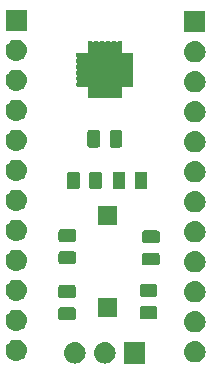
<source format=gbr>
G04 #@! TF.GenerationSoftware,KiCad,Pcbnew,(5.1.4-0)*
G04 #@! TF.CreationDate,2020-07-13T22:24:35+08:00*
G04 #@! TF.ProjectId,attiny3217,61747469-6e79-4333-9231-372e6b696361,rev?*
G04 #@! TF.SameCoordinates,Original*
G04 #@! TF.FileFunction,Soldermask,Top*
G04 #@! TF.FilePolarity,Negative*
%FSLAX46Y46*%
G04 Gerber Fmt 4.6, Leading zero omitted, Abs format (unit mm)*
G04 Created by KiCad (PCBNEW (5.1.4-0)) date 2020-07-13 22:24:35*
%MOMM*%
%LPD*%
G04 APERTURE LIST*
%ADD10C,0.100000*%
G04 APERTURE END LIST*
D10*
G36*
X137984800Y-95084200D02*
G01*
X136182800Y-95084200D01*
X136182800Y-93282200D01*
X137984800Y-93282200D01*
X137984800Y-95084200D01*
X137984800Y-95084200D01*
G37*
G36*
X134654242Y-93288718D02*
G01*
X134720427Y-93295237D01*
X134890266Y-93346757D01*
X135046791Y-93430422D01*
X135082529Y-93459752D01*
X135183986Y-93543014D01*
X135267248Y-93644471D01*
X135296578Y-93680209D01*
X135380243Y-93836734D01*
X135431763Y-94006573D01*
X135449159Y-94183200D01*
X135431763Y-94359827D01*
X135380243Y-94529666D01*
X135296578Y-94686191D01*
X135279190Y-94707378D01*
X135183986Y-94823386D01*
X135082529Y-94906648D01*
X135046791Y-94935978D01*
X134890266Y-95019643D01*
X134720427Y-95071163D01*
X134654243Y-95077681D01*
X134588060Y-95084200D01*
X134499540Y-95084200D01*
X134433357Y-95077681D01*
X134367173Y-95071163D01*
X134197334Y-95019643D01*
X134040809Y-94935978D01*
X134005071Y-94906648D01*
X133903614Y-94823386D01*
X133808410Y-94707378D01*
X133791022Y-94686191D01*
X133707357Y-94529666D01*
X133655837Y-94359827D01*
X133638441Y-94183200D01*
X133655837Y-94006573D01*
X133707357Y-93836734D01*
X133791022Y-93680209D01*
X133820352Y-93644471D01*
X133903614Y-93543014D01*
X134005071Y-93459752D01*
X134040809Y-93430422D01*
X134197334Y-93346757D01*
X134367173Y-93295237D01*
X134433358Y-93288718D01*
X134499540Y-93282200D01*
X134588060Y-93282200D01*
X134654242Y-93288718D01*
X134654242Y-93288718D01*
G37*
G36*
X132114242Y-93288718D02*
G01*
X132180427Y-93295237D01*
X132350266Y-93346757D01*
X132506791Y-93430422D01*
X132542529Y-93459752D01*
X132643986Y-93543014D01*
X132727248Y-93644471D01*
X132756578Y-93680209D01*
X132840243Y-93836734D01*
X132891763Y-94006573D01*
X132909159Y-94183200D01*
X132891763Y-94359827D01*
X132840243Y-94529666D01*
X132756578Y-94686191D01*
X132739190Y-94707378D01*
X132643986Y-94823386D01*
X132542529Y-94906648D01*
X132506791Y-94935978D01*
X132350266Y-95019643D01*
X132180427Y-95071163D01*
X132114243Y-95077681D01*
X132048060Y-95084200D01*
X131959540Y-95084200D01*
X131893357Y-95077681D01*
X131827173Y-95071163D01*
X131657334Y-95019643D01*
X131500809Y-94935978D01*
X131465071Y-94906648D01*
X131363614Y-94823386D01*
X131268410Y-94707378D01*
X131251022Y-94686191D01*
X131167357Y-94529666D01*
X131115837Y-94359827D01*
X131098441Y-94183200D01*
X131115837Y-94006573D01*
X131167357Y-93836734D01*
X131251022Y-93680209D01*
X131280352Y-93644471D01*
X131363614Y-93543014D01*
X131465071Y-93459752D01*
X131500809Y-93430422D01*
X131657334Y-93346757D01*
X131827173Y-93295237D01*
X131893358Y-93288718D01*
X131959540Y-93282200D01*
X132048060Y-93282200D01*
X132114242Y-93288718D01*
X132114242Y-93288718D01*
G37*
G36*
X142274243Y-93187119D02*
G01*
X142340427Y-93193637D01*
X142510266Y-93245157D01*
X142666791Y-93328822D01*
X142688646Y-93346758D01*
X142803986Y-93441414D01*
X142887248Y-93542871D01*
X142916578Y-93578609D01*
X143000243Y-93735134D01*
X143051763Y-93904973D01*
X143069159Y-94081600D01*
X143051763Y-94258227D01*
X143000243Y-94428066D01*
X142916578Y-94584591D01*
X142908211Y-94594786D01*
X142803986Y-94721786D01*
X142702529Y-94805048D01*
X142666791Y-94834378D01*
X142510266Y-94918043D01*
X142340427Y-94969563D01*
X142274242Y-94976082D01*
X142208060Y-94982600D01*
X142119540Y-94982600D01*
X142053357Y-94976081D01*
X141987173Y-94969563D01*
X141817334Y-94918043D01*
X141660809Y-94834378D01*
X141625071Y-94805048D01*
X141523614Y-94721786D01*
X141419389Y-94594786D01*
X141411022Y-94584591D01*
X141327357Y-94428066D01*
X141275837Y-94258227D01*
X141258441Y-94081600D01*
X141275837Y-93904973D01*
X141327357Y-93735134D01*
X141411022Y-93578609D01*
X141440352Y-93542871D01*
X141523614Y-93441414D01*
X141638954Y-93346758D01*
X141660809Y-93328822D01*
X141817334Y-93245157D01*
X141987173Y-93193637D01*
X142053357Y-93187119D01*
X142119540Y-93180600D01*
X142208060Y-93180600D01*
X142274243Y-93187119D01*
X142274243Y-93187119D01*
G37*
G36*
X127161242Y-93060118D02*
G01*
X127227427Y-93066637D01*
X127397266Y-93118157D01*
X127553791Y-93201822D01*
X127589529Y-93231152D01*
X127690986Y-93314414D01*
X127774248Y-93415871D01*
X127803578Y-93451609D01*
X127887243Y-93608134D01*
X127938763Y-93777973D01*
X127956159Y-93954600D01*
X127938763Y-94131227D01*
X127887243Y-94301066D01*
X127803578Y-94457591D01*
X127774248Y-94493329D01*
X127690986Y-94594786D01*
X127589529Y-94678048D01*
X127553791Y-94707378D01*
X127397266Y-94791043D01*
X127227427Y-94842563D01*
X127161243Y-94849081D01*
X127095060Y-94855600D01*
X127006540Y-94855600D01*
X126940358Y-94849082D01*
X126874173Y-94842563D01*
X126704334Y-94791043D01*
X126547809Y-94707378D01*
X126512071Y-94678048D01*
X126410614Y-94594786D01*
X126327352Y-94493329D01*
X126298022Y-94457591D01*
X126214357Y-94301066D01*
X126162837Y-94131227D01*
X126145441Y-93954600D01*
X126162837Y-93777973D01*
X126214357Y-93608134D01*
X126298022Y-93451609D01*
X126327352Y-93415871D01*
X126410614Y-93314414D01*
X126512071Y-93231152D01*
X126547809Y-93201822D01*
X126704334Y-93118157D01*
X126874173Y-93066637D01*
X126940358Y-93060118D01*
X127006540Y-93053600D01*
X127095060Y-93053600D01*
X127161242Y-93060118D01*
X127161242Y-93060118D01*
G37*
G36*
X142274242Y-90647118D02*
G01*
X142340427Y-90653637D01*
X142510266Y-90705157D01*
X142666791Y-90788822D01*
X142702529Y-90818152D01*
X142803986Y-90901414D01*
X142887248Y-91002871D01*
X142916578Y-91038609D01*
X143000243Y-91195134D01*
X143051763Y-91364973D01*
X143069159Y-91541600D01*
X143051763Y-91718227D01*
X143000243Y-91888066D01*
X142916578Y-92044591D01*
X142908211Y-92054786D01*
X142803986Y-92181786D01*
X142702529Y-92265048D01*
X142666791Y-92294378D01*
X142510266Y-92378043D01*
X142340427Y-92429563D01*
X142274242Y-92436082D01*
X142208060Y-92442600D01*
X142119540Y-92442600D01*
X142053358Y-92436082D01*
X141987173Y-92429563D01*
X141817334Y-92378043D01*
X141660809Y-92294378D01*
X141625071Y-92265048D01*
X141523614Y-92181786D01*
X141419389Y-92054786D01*
X141411022Y-92044591D01*
X141327357Y-91888066D01*
X141275837Y-91718227D01*
X141258441Y-91541600D01*
X141275837Y-91364973D01*
X141327357Y-91195134D01*
X141411022Y-91038609D01*
X141440352Y-91002871D01*
X141523614Y-90901414D01*
X141625071Y-90818152D01*
X141660809Y-90788822D01*
X141817334Y-90705157D01*
X141987173Y-90653637D01*
X142053358Y-90647118D01*
X142119540Y-90640600D01*
X142208060Y-90640600D01*
X142274242Y-90647118D01*
X142274242Y-90647118D01*
G37*
G36*
X127161243Y-90520119D02*
G01*
X127227427Y-90526637D01*
X127397266Y-90578157D01*
X127553791Y-90661822D01*
X127589529Y-90691152D01*
X127690986Y-90774414D01*
X127774248Y-90875871D01*
X127803578Y-90911609D01*
X127887243Y-91068134D01*
X127938763Y-91237973D01*
X127956159Y-91414600D01*
X127938763Y-91591227D01*
X127887243Y-91761066D01*
X127803578Y-91917591D01*
X127774248Y-91953329D01*
X127690986Y-92054786D01*
X127589529Y-92138048D01*
X127553791Y-92167378D01*
X127397266Y-92251043D01*
X127227427Y-92302563D01*
X127161242Y-92309082D01*
X127095060Y-92315600D01*
X127006540Y-92315600D01*
X126940358Y-92309082D01*
X126874173Y-92302563D01*
X126704334Y-92251043D01*
X126547809Y-92167378D01*
X126512071Y-92138048D01*
X126410614Y-92054786D01*
X126327352Y-91953329D01*
X126298022Y-91917591D01*
X126214357Y-91761066D01*
X126162837Y-91591227D01*
X126145441Y-91414600D01*
X126162837Y-91237973D01*
X126214357Y-91068134D01*
X126298022Y-90911609D01*
X126327352Y-90875871D01*
X126410614Y-90774414D01*
X126512071Y-90691152D01*
X126547809Y-90661822D01*
X126704334Y-90578157D01*
X126874173Y-90526637D01*
X126940357Y-90520119D01*
X127006540Y-90513600D01*
X127095060Y-90513600D01*
X127161243Y-90520119D01*
X127161243Y-90520119D01*
G37*
G36*
X131927868Y-90319565D02*
G01*
X131966538Y-90331296D01*
X132002177Y-90350346D01*
X132033417Y-90375983D01*
X132059054Y-90407223D01*
X132078104Y-90442862D01*
X132089835Y-90481532D01*
X132094400Y-90527888D01*
X132094400Y-91179112D01*
X132089835Y-91225468D01*
X132078104Y-91264138D01*
X132059054Y-91299777D01*
X132033417Y-91331017D01*
X132002177Y-91356654D01*
X131966538Y-91375704D01*
X131927868Y-91387435D01*
X131881512Y-91392000D01*
X130805288Y-91392000D01*
X130758932Y-91387435D01*
X130720262Y-91375704D01*
X130684623Y-91356654D01*
X130653383Y-91331017D01*
X130627746Y-91299777D01*
X130608696Y-91264138D01*
X130596965Y-91225468D01*
X130592400Y-91179112D01*
X130592400Y-90527888D01*
X130596965Y-90481532D01*
X130608696Y-90442862D01*
X130627746Y-90407223D01*
X130653383Y-90375983D01*
X130684623Y-90350346D01*
X130720262Y-90331296D01*
X130758932Y-90319565D01*
X130805288Y-90315000D01*
X131881512Y-90315000D01*
X131927868Y-90319565D01*
X131927868Y-90319565D01*
G37*
G36*
X138836668Y-90243365D02*
G01*
X138875338Y-90255096D01*
X138910977Y-90274146D01*
X138942217Y-90299783D01*
X138967854Y-90331023D01*
X138986904Y-90366662D01*
X138998635Y-90405332D01*
X139003200Y-90451688D01*
X139003200Y-91102912D01*
X138998635Y-91149268D01*
X138986904Y-91187938D01*
X138967854Y-91223577D01*
X138942217Y-91254817D01*
X138910977Y-91280454D01*
X138875338Y-91299504D01*
X138836668Y-91311235D01*
X138790312Y-91315800D01*
X137714088Y-91315800D01*
X137667732Y-91311235D01*
X137629062Y-91299504D01*
X137593423Y-91280454D01*
X137562183Y-91254817D01*
X137536546Y-91223577D01*
X137517496Y-91187938D01*
X137505765Y-91149268D01*
X137501200Y-91102912D01*
X137501200Y-90451688D01*
X137505765Y-90405332D01*
X137517496Y-90366662D01*
X137536546Y-90331023D01*
X137562183Y-90299783D01*
X137593423Y-90274146D01*
X137629062Y-90255096D01*
X137667732Y-90243365D01*
X137714088Y-90238800D01*
X138790312Y-90238800D01*
X138836668Y-90243365D01*
X138836668Y-90243365D01*
G37*
G36*
X135598800Y-91137200D02*
G01*
X133996800Y-91137200D01*
X133996800Y-89535200D01*
X135598800Y-89535200D01*
X135598800Y-91137200D01*
X135598800Y-91137200D01*
G37*
G36*
X142274242Y-88107118D02*
G01*
X142340427Y-88113637D01*
X142510266Y-88165157D01*
X142666791Y-88248822D01*
X142702529Y-88278152D01*
X142803986Y-88361414D01*
X142872225Y-88444565D01*
X142916578Y-88498609D01*
X142916579Y-88498611D01*
X142999043Y-88652888D01*
X143000243Y-88655134D01*
X143051763Y-88824973D01*
X143069159Y-89001600D01*
X143051763Y-89178227D01*
X143000243Y-89348066D01*
X142916578Y-89504591D01*
X142908211Y-89514786D01*
X142803986Y-89641786D01*
X142702529Y-89725048D01*
X142666791Y-89754378D01*
X142510266Y-89838043D01*
X142340427Y-89889563D01*
X142274243Y-89896081D01*
X142208060Y-89902600D01*
X142119540Y-89902600D01*
X142053357Y-89896081D01*
X141987173Y-89889563D01*
X141817334Y-89838043D01*
X141660809Y-89754378D01*
X141625071Y-89725048D01*
X141523614Y-89641786D01*
X141419389Y-89514786D01*
X141411022Y-89504591D01*
X141327357Y-89348066D01*
X141275837Y-89178227D01*
X141258441Y-89001600D01*
X141275837Y-88824973D01*
X141327357Y-88655134D01*
X141328558Y-88652888D01*
X141411021Y-88498611D01*
X141411022Y-88498609D01*
X141455375Y-88444565D01*
X141523614Y-88361414D01*
X141625071Y-88278152D01*
X141660809Y-88248822D01*
X141817334Y-88165157D01*
X141987173Y-88113637D01*
X142053358Y-88107118D01*
X142119540Y-88100600D01*
X142208060Y-88100600D01*
X142274242Y-88107118D01*
X142274242Y-88107118D01*
G37*
G36*
X127161242Y-87980118D02*
G01*
X127227427Y-87986637D01*
X127397266Y-88038157D01*
X127553791Y-88121822D01*
X127589529Y-88151152D01*
X127690986Y-88234414D01*
X127774248Y-88335871D01*
X127803578Y-88371609D01*
X127803579Y-88371611D01*
X127882287Y-88518861D01*
X127887243Y-88528134D01*
X127938763Y-88697973D01*
X127956159Y-88874600D01*
X127938763Y-89051227D01*
X127887243Y-89221066D01*
X127803578Y-89377591D01*
X127780711Y-89405454D01*
X127690986Y-89514786D01*
X127589529Y-89598048D01*
X127553791Y-89627378D01*
X127397266Y-89711043D01*
X127227427Y-89762563D01*
X127161243Y-89769081D01*
X127095060Y-89775600D01*
X127006540Y-89775600D01*
X126940357Y-89769081D01*
X126874173Y-89762563D01*
X126704334Y-89711043D01*
X126547809Y-89627378D01*
X126512071Y-89598048D01*
X126410614Y-89514786D01*
X126320889Y-89405454D01*
X126298022Y-89377591D01*
X126214357Y-89221066D01*
X126162837Y-89051227D01*
X126145441Y-88874600D01*
X126162837Y-88697973D01*
X126214357Y-88528134D01*
X126219314Y-88518861D01*
X126298021Y-88371611D01*
X126298022Y-88371609D01*
X126327352Y-88335871D01*
X126410614Y-88234414D01*
X126512071Y-88151152D01*
X126547809Y-88121822D01*
X126704334Y-88038157D01*
X126874173Y-87986637D01*
X126940358Y-87980118D01*
X127006540Y-87973600D01*
X127095060Y-87973600D01*
X127161242Y-87980118D01*
X127161242Y-87980118D01*
G37*
G36*
X131927868Y-88444565D02*
G01*
X131966538Y-88456296D01*
X132002177Y-88475346D01*
X132033417Y-88500983D01*
X132059054Y-88532223D01*
X132078104Y-88567862D01*
X132089835Y-88606532D01*
X132094400Y-88652888D01*
X132094400Y-89304112D01*
X132089835Y-89350468D01*
X132078104Y-89389138D01*
X132059054Y-89424777D01*
X132033417Y-89456017D01*
X132002177Y-89481654D01*
X131966538Y-89500704D01*
X131927868Y-89512435D01*
X131881512Y-89517000D01*
X130805288Y-89517000D01*
X130758932Y-89512435D01*
X130720262Y-89500704D01*
X130684623Y-89481654D01*
X130653383Y-89456017D01*
X130627746Y-89424777D01*
X130608696Y-89389138D01*
X130596965Y-89350468D01*
X130592400Y-89304112D01*
X130592400Y-88652888D01*
X130596965Y-88606532D01*
X130608696Y-88567862D01*
X130627746Y-88532223D01*
X130653383Y-88500983D01*
X130684623Y-88475346D01*
X130720262Y-88456296D01*
X130758932Y-88444565D01*
X130805288Y-88440000D01*
X131881512Y-88440000D01*
X131927868Y-88444565D01*
X131927868Y-88444565D01*
G37*
G36*
X138836668Y-88368365D02*
G01*
X138875338Y-88380096D01*
X138910977Y-88399146D01*
X138942217Y-88424783D01*
X138967854Y-88456023D01*
X138986904Y-88491662D01*
X138998635Y-88530332D01*
X139003200Y-88576688D01*
X139003200Y-89227912D01*
X138998635Y-89274268D01*
X138986904Y-89312938D01*
X138967854Y-89348577D01*
X138942217Y-89379817D01*
X138910977Y-89405454D01*
X138875338Y-89424504D01*
X138836668Y-89436235D01*
X138790312Y-89440800D01*
X137714088Y-89440800D01*
X137667732Y-89436235D01*
X137629062Y-89424504D01*
X137593423Y-89405454D01*
X137562183Y-89379817D01*
X137536546Y-89348577D01*
X137517496Y-89312938D01*
X137505765Y-89274268D01*
X137501200Y-89227912D01*
X137501200Y-88576688D01*
X137505765Y-88530332D01*
X137517496Y-88491662D01*
X137536546Y-88456023D01*
X137562183Y-88424783D01*
X137593423Y-88399146D01*
X137629062Y-88380096D01*
X137667732Y-88368365D01*
X137714088Y-88363800D01*
X138790312Y-88363800D01*
X138836668Y-88368365D01*
X138836668Y-88368365D01*
G37*
G36*
X142274243Y-85567119D02*
G01*
X142340427Y-85573637D01*
X142510266Y-85625157D01*
X142666791Y-85708822D01*
X142671510Y-85712695D01*
X142803986Y-85821414D01*
X142872654Y-85905088D01*
X142916578Y-85958609D01*
X143000243Y-86115134D01*
X143051763Y-86284973D01*
X143069159Y-86461600D01*
X143051763Y-86638227D01*
X143000243Y-86808066D01*
X142916578Y-86964591D01*
X142908211Y-86974786D01*
X142803986Y-87101786D01*
X142702529Y-87185048D01*
X142666791Y-87214378D01*
X142510266Y-87298043D01*
X142340427Y-87349563D01*
X142274242Y-87356082D01*
X142208060Y-87362600D01*
X142119540Y-87362600D01*
X142053358Y-87356082D01*
X141987173Y-87349563D01*
X141817334Y-87298043D01*
X141660809Y-87214378D01*
X141625071Y-87185048D01*
X141523614Y-87101786D01*
X141419389Y-86974786D01*
X141411022Y-86964591D01*
X141327357Y-86808066D01*
X141275837Y-86638227D01*
X141258441Y-86461600D01*
X141275837Y-86284973D01*
X141327357Y-86115134D01*
X141411022Y-85958609D01*
X141454946Y-85905088D01*
X141523614Y-85821414D01*
X141656090Y-85712695D01*
X141660809Y-85708822D01*
X141817334Y-85625157D01*
X141987173Y-85573637D01*
X142053357Y-85567119D01*
X142119540Y-85560600D01*
X142208060Y-85560600D01*
X142274243Y-85567119D01*
X142274243Y-85567119D01*
G37*
G36*
X127161243Y-85440119D02*
G01*
X127227427Y-85446637D01*
X127397266Y-85498157D01*
X127553791Y-85581822D01*
X127589460Y-85611095D01*
X127690986Y-85694414D01*
X127764853Y-85784423D01*
X127803578Y-85831609D01*
X127887243Y-85988134D01*
X127938763Y-86157973D01*
X127956159Y-86334600D01*
X127938763Y-86511227D01*
X127888483Y-86676977D01*
X127887242Y-86681068D01*
X127872730Y-86708217D01*
X127803578Y-86837591D01*
X127774248Y-86873329D01*
X127690986Y-86974786D01*
X127589529Y-87058048D01*
X127553791Y-87087378D01*
X127397266Y-87171043D01*
X127227427Y-87222563D01*
X127161242Y-87229082D01*
X127095060Y-87235600D01*
X127006540Y-87235600D01*
X126940358Y-87229082D01*
X126874173Y-87222563D01*
X126704334Y-87171043D01*
X126547809Y-87087378D01*
X126512071Y-87058048D01*
X126410614Y-86974786D01*
X126327352Y-86873329D01*
X126298022Y-86837591D01*
X126228870Y-86708217D01*
X126214358Y-86681068D01*
X126213117Y-86676977D01*
X126162837Y-86511227D01*
X126145441Y-86334600D01*
X126162837Y-86157973D01*
X126214357Y-85988134D01*
X126298022Y-85831609D01*
X126336747Y-85784423D01*
X126410614Y-85694414D01*
X126512140Y-85611095D01*
X126547809Y-85581822D01*
X126704334Y-85498157D01*
X126874173Y-85446637D01*
X126940357Y-85440119D01*
X127006540Y-85433600D01*
X127095060Y-85433600D01*
X127161243Y-85440119D01*
X127161243Y-85440119D01*
G37*
G36*
X139014468Y-85696765D02*
G01*
X139053138Y-85708496D01*
X139088777Y-85727546D01*
X139120017Y-85753183D01*
X139145654Y-85784423D01*
X139164704Y-85820062D01*
X139176435Y-85858732D01*
X139181000Y-85905088D01*
X139181000Y-86556312D01*
X139176435Y-86602668D01*
X139164704Y-86641338D01*
X139145654Y-86676977D01*
X139120017Y-86708217D01*
X139088777Y-86733854D01*
X139053138Y-86752904D01*
X139014468Y-86764635D01*
X138968112Y-86769200D01*
X137891888Y-86769200D01*
X137845532Y-86764635D01*
X137806862Y-86752904D01*
X137771223Y-86733854D01*
X137739983Y-86708217D01*
X137714346Y-86676977D01*
X137695296Y-86641338D01*
X137683565Y-86602668D01*
X137679000Y-86556312D01*
X137679000Y-85905088D01*
X137683565Y-85858732D01*
X137695296Y-85820062D01*
X137714346Y-85784423D01*
X137739983Y-85753183D01*
X137771223Y-85727546D01*
X137806862Y-85708496D01*
X137845532Y-85696765D01*
X137891888Y-85692200D01*
X138968112Y-85692200D01*
X139014468Y-85696765D01*
X139014468Y-85696765D01*
G37*
G36*
X131953268Y-85595165D02*
G01*
X131991938Y-85606896D01*
X132027577Y-85625946D01*
X132058817Y-85651583D01*
X132084454Y-85682823D01*
X132103504Y-85718462D01*
X132115235Y-85757132D01*
X132119800Y-85803488D01*
X132119800Y-86454712D01*
X132115235Y-86501068D01*
X132103504Y-86539738D01*
X132084454Y-86575377D01*
X132058817Y-86606617D01*
X132027577Y-86632254D01*
X131991938Y-86651304D01*
X131953268Y-86663035D01*
X131906912Y-86667600D01*
X130830688Y-86667600D01*
X130784332Y-86663035D01*
X130745662Y-86651304D01*
X130710023Y-86632254D01*
X130678783Y-86606617D01*
X130653146Y-86575377D01*
X130634096Y-86539738D01*
X130622365Y-86501068D01*
X130617800Y-86454712D01*
X130617800Y-85803488D01*
X130622365Y-85757132D01*
X130634096Y-85718462D01*
X130653146Y-85682823D01*
X130678783Y-85651583D01*
X130710023Y-85625946D01*
X130745662Y-85606896D01*
X130784332Y-85595165D01*
X130830688Y-85590600D01*
X131906912Y-85590600D01*
X131953268Y-85595165D01*
X131953268Y-85595165D01*
G37*
G36*
X139014468Y-83821765D02*
G01*
X139053138Y-83833496D01*
X139088777Y-83852546D01*
X139120017Y-83878183D01*
X139145654Y-83909423D01*
X139164704Y-83945062D01*
X139176435Y-83983732D01*
X139181000Y-84030088D01*
X139181000Y-84681312D01*
X139176435Y-84727668D01*
X139164704Y-84766338D01*
X139145654Y-84801977D01*
X139120017Y-84833217D01*
X139088777Y-84858854D01*
X139053138Y-84877904D01*
X139014468Y-84889635D01*
X138968112Y-84894200D01*
X137891888Y-84894200D01*
X137845532Y-84889635D01*
X137806862Y-84877904D01*
X137771223Y-84858854D01*
X137739983Y-84833217D01*
X137714346Y-84801977D01*
X137695296Y-84766338D01*
X137683565Y-84727668D01*
X137679000Y-84681312D01*
X137679000Y-84030088D01*
X137683565Y-83983732D01*
X137695296Y-83945062D01*
X137714346Y-83909423D01*
X137739983Y-83878183D01*
X137771223Y-83852546D01*
X137806862Y-83833496D01*
X137845532Y-83821765D01*
X137891888Y-83817200D01*
X138968112Y-83817200D01*
X139014468Y-83821765D01*
X139014468Y-83821765D01*
G37*
G36*
X142274243Y-83027119D02*
G01*
X142340427Y-83033637D01*
X142510266Y-83085157D01*
X142666791Y-83168822D01*
X142702529Y-83198152D01*
X142803986Y-83281414D01*
X142887248Y-83382871D01*
X142916578Y-83418609D01*
X143000243Y-83575134D01*
X143051763Y-83744973D01*
X143069159Y-83921600D01*
X143051763Y-84098227D01*
X143000243Y-84268066D01*
X142916578Y-84424591D01*
X142908211Y-84434786D01*
X142803986Y-84561786D01*
X142702529Y-84645048D01*
X142666791Y-84674378D01*
X142510266Y-84758043D01*
X142340427Y-84809563D01*
X142281781Y-84815339D01*
X142208060Y-84822600D01*
X142119540Y-84822600D01*
X142045819Y-84815339D01*
X141987173Y-84809563D01*
X141817334Y-84758043D01*
X141660809Y-84674378D01*
X141625071Y-84645048D01*
X141523614Y-84561786D01*
X141419389Y-84434786D01*
X141411022Y-84424591D01*
X141327357Y-84268066D01*
X141275837Y-84098227D01*
X141258441Y-83921600D01*
X141275837Y-83744973D01*
X141327357Y-83575134D01*
X141411022Y-83418609D01*
X141440352Y-83382871D01*
X141523614Y-83281414D01*
X141625071Y-83198152D01*
X141660809Y-83168822D01*
X141817334Y-83085157D01*
X141987173Y-83033637D01*
X142053357Y-83027119D01*
X142119540Y-83020600D01*
X142208060Y-83020600D01*
X142274243Y-83027119D01*
X142274243Y-83027119D01*
G37*
G36*
X131953268Y-83720165D02*
G01*
X131991938Y-83731896D01*
X132027577Y-83750946D01*
X132058817Y-83776583D01*
X132084454Y-83807823D01*
X132103504Y-83843462D01*
X132115235Y-83882132D01*
X132119800Y-83928488D01*
X132119800Y-84579712D01*
X132115235Y-84626068D01*
X132103504Y-84664738D01*
X132084454Y-84700377D01*
X132058817Y-84731617D01*
X132027577Y-84757254D01*
X131991938Y-84776304D01*
X131953268Y-84788035D01*
X131906912Y-84792600D01*
X130830688Y-84792600D01*
X130784332Y-84788035D01*
X130745662Y-84776304D01*
X130710023Y-84757254D01*
X130678783Y-84731617D01*
X130653146Y-84700377D01*
X130634096Y-84664738D01*
X130622365Y-84626068D01*
X130617800Y-84579712D01*
X130617800Y-83928488D01*
X130622365Y-83882132D01*
X130634096Y-83843462D01*
X130653146Y-83807823D01*
X130678783Y-83776583D01*
X130710023Y-83750946D01*
X130745662Y-83731896D01*
X130784332Y-83720165D01*
X130830688Y-83715600D01*
X131906912Y-83715600D01*
X131953268Y-83720165D01*
X131953268Y-83720165D01*
G37*
G36*
X127161242Y-82900118D02*
G01*
X127227427Y-82906637D01*
X127397266Y-82958157D01*
X127553791Y-83041822D01*
X127589529Y-83071152D01*
X127690986Y-83154414D01*
X127774248Y-83255871D01*
X127803578Y-83291609D01*
X127887243Y-83448134D01*
X127938763Y-83617973D01*
X127956159Y-83794600D01*
X127938763Y-83971227D01*
X127887243Y-84141066D01*
X127803578Y-84297591D01*
X127774248Y-84333329D01*
X127690986Y-84434786D01*
X127589529Y-84518048D01*
X127553791Y-84547378D01*
X127553789Y-84547379D01*
X127406574Y-84626068D01*
X127397266Y-84631043D01*
X127227427Y-84682563D01*
X127161242Y-84689082D01*
X127095060Y-84695600D01*
X127006540Y-84695600D01*
X126940358Y-84689082D01*
X126874173Y-84682563D01*
X126704334Y-84631043D01*
X126695027Y-84626068D01*
X126547811Y-84547379D01*
X126547809Y-84547378D01*
X126512071Y-84518048D01*
X126410614Y-84434786D01*
X126327352Y-84333329D01*
X126298022Y-84297591D01*
X126214357Y-84141066D01*
X126162837Y-83971227D01*
X126145441Y-83794600D01*
X126162837Y-83617973D01*
X126214357Y-83448134D01*
X126298022Y-83291609D01*
X126327352Y-83255871D01*
X126410614Y-83154414D01*
X126512071Y-83071152D01*
X126547809Y-83041822D01*
X126704334Y-82958157D01*
X126874173Y-82906637D01*
X126940358Y-82900118D01*
X127006540Y-82893600D01*
X127095060Y-82893600D01*
X127161242Y-82900118D01*
X127161242Y-82900118D01*
G37*
G36*
X135598800Y-83337200D02*
G01*
X133996800Y-83337200D01*
X133996800Y-81735200D01*
X135598800Y-81735200D01*
X135598800Y-83337200D01*
X135598800Y-83337200D01*
G37*
G36*
X142274242Y-80487118D02*
G01*
X142340427Y-80493637D01*
X142510266Y-80545157D01*
X142666791Y-80628822D01*
X142702529Y-80658152D01*
X142803986Y-80741414D01*
X142887248Y-80842871D01*
X142916578Y-80878609D01*
X143000243Y-81035134D01*
X143051763Y-81204973D01*
X143069159Y-81381600D01*
X143051763Y-81558227D01*
X143000243Y-81728066D01*
X142916578Y-81884591D01*
X142908211Y-81894786D01*
X142803986Y-82021786D01*
X142702529Y-82105048D01*
X142666791Y-82134378D01*
X142510266Y-82218043D01*
X142340427Y-82269563D01*
X142274242Y-82276082D01*
X142208060Y-82282600D01*
X142119540Y-82282600D01*
X142053358Y-82276082D01*
X141987173Y-82269563D01*
X141817334Y-82218043D01*
X141660809Y-82134378D01*
X141625071Y-82105048D01*
X141523614Y-82021786D01*
X141419389Y-81894786D01*
X141411022Y-81884591D01*
X141327357Y-81728066D01*
X141275837Y-81558227D01*
X141258441Y-81381600D01*
X141275837Y-81204973D01*
X141327357Y-81035134D01*
X141411022Y-80878609D01*
X141440352Y-80842871D01*
X141523614Y-80741414D01*
X141625071Y-80658152D01*
X141660809Y-80628822D01*
X141817334Y-80545157D01*
X141987173Y-80493637D01*
X142053358Y-80487118D01*
X142119540Y-80480600D01*
X142208060Y-80480600D01*
X142274242Y-80487118D01*
X142274242Y-80487118D01*
G37*
G36*
X127161242Y-80360118D02*
G01*
X127227427Y-80366637D01*
X127397266Y-80418157D01*
X127553791Y-80501822D01*
X127589529Y-80531152D01*
X127690986Y-80614414D01*
X127774248Y-80715871D01*
X127803578Y-80751609D01*
X127887243Y-80908134D01*
X127938763Y-81077973D01*
X127956159Y-81254600D01*
X127938763Y-81431227D01*
X127887243Y-81601066D01*
X127803578Y-81757591D01*
X127774248Y-81793329D01*
X127690986Y-81894786D01*
X127589529Y-81978048D01*
X127553791Y-82007378D01*
X127397266Y-82091043D01*
X127227427Y-82142563D01*
X127161242Y-82149082D01*
X127095060Y-82155600D01*
X127006540Y-82155600D01*
X126940358Y-82149082D01*
X126874173Y-82142563D01*
X126704334Y-82091043D01*
X126547809Y-82007378D01*
X126512071Y-81978048D01*
X126410614Y-81894786D01*
X126327352Y-81793329D01*
X126298022Y-81757591D01*
X126214357Y-81601066D01*
X126162837Y-81431227D01*
X126145441Y-81254600D01*
X126162837Y-81077973D01*
X126214357Y-80908134D01*
X126298022Y-80751609D01*
X126327352Y-80715871D01*
X126410614Y-80614414D01*
X126512071Y-80531152D01*
X126547809Y-80501822D01*
X126704334Y-80418157D01*
X126874173Y-80366637D01*
X126940358Y-80360118D01*
X127006540Y-80353600D01*
X127095060Y-80353600D01*
X127161242Y-80360118D01*
X127161242Y-80360118D01*
G37*
G36*
X132251068Y-78831765D02*
G01*
X132289738Y-78843496D01*
X132325377Y-78862546D01*
X132356617Y-78888183D01*
X132382254Y-78919423D01*
X132401304Y-78955062D01*
X132413035Y-78993732D01*
X132417600Y-79040088D01*
X132417600Y-80116312D01*
X132413035Y-80162668D01*
X132401304Y-80201338D01*
X132382254Y-80236977D01*
X132356617Y-80268217D01*
X132325377Y-80293854D01*
X132289738Y-80312904D01*
X132251068Y-80324635D01*
X132204712Y-80329200D01*
X131553488Y-80329200D01*
X131507132Y-80324635D01*
X131468462Y-80312904D01*
X131432823Y-80293854D01*
X131401583Y-80268217D01*
X131375946Y-80236977D01*
X131356896Y-80201338D01*
X131345165Y-80162668D01*
X131340600Y-80116312D01*
X131340600Y-79040088D01*
X131345165Y-78993732D01*
X131356896Y-78955062D01*
X131375946Y-78919423D01*
X131401583Y-78888183D01*
X131432823Y-78862546D01*
X131468462Y-78843496D01*
X131507132Y-78831765D01*
X131553488Y-78827200D01*
X132204712Y-78827200D01*
X132251068Y-78831765D01*
X132251068Y-78831765D01*
G37*
G36*
X134126068Y-78831765D02*
G01*
X134164738Y-78843496D01*
X134200377Y-78862546D01*
X134231617Y-78888183D01*
X134257254Y-78919423D01*
X134276304Y-78955062D01*
X134288035Y-78993732D01*
X134292600Y-79040088D01*
X134292600Y-80116312D01*
X134288035Y-80162668D01*
X134276304Y-80201338D01*
X134257254Y-80236977D01*
X134231617Y-80268217D01*
X134200377Y-80293854D01*
X134164738Y-80312904D01*
X134126068Y-80324635D01*
X134079712Y-80329200D01*
X133428488Y-80329200D01*
X133382132Y-80324635D01*
X133343462Y-80312904D01*
X133307823Y-80293854D01*
X133276583Y-80268217D01*
X133250946Y-80236977D01*
X133231896Y-80201338D01*
X133220165Y-80162668D01*
X133215600Y-80116312D01*
X133215600Y-79040088D01*
X133220165Y-78993732D01*
X133231896Y-78955062D01*
X133250946Y-78919423D01*
X133276583Y-78888183D01*
X133307823Y-78862546D01*
X133343462Y-78843496D01*
X133382132Y-78831765D01*
X133428488Y-78827200D01*
X134079712Y-78827200D01*
X134126068Y-78831765D01*
X134126068Y-78831765D01*
G37*
G36*
X136111868Y-78831765D02*
G01*
X136150538Y-78843496D01*
X136186177Y-78862546D01*
X136217417Y-78888183D01*
X136243054Y-78919423D01*
X136262104Y-78955062D01*
X136273835Y-78993732D01*
X136278400Y-79040088D01*
X136278400Y-80116312D01*
X136273835Y-80162668D01*
X136262104Y-80201338D01*
X136243054Y-80236977D01*
X136217417Y-80268217D01*
X136186177Y-80293854D01*
X136150538Y-80312904D01*
X136111868Y-80324635D01*
X136065512Y-80329200D01*
X135414288Y-80329200D01*
X135367932Y-80324635D01*
X135329262Y-80312904D01*
X135293623Y-80293854D01*
X135262383Y-80268217D01*
X135236746Y-80236977D01*
X135217696Y-80201338D01*
X135205965Y-80162668D01*
X135201400Y-80116312D01*
X135201400Y-79040088D01*
X135205965Y-78993732D01*
X135217696Y-78955062D01*
X135236746Y-78919423D01*
X135262383Y-78888183D01*
X135293623Y-78862546D01*
X135329262Y-78843496D01*
X135367932Y-78831765D01*
X135414288Y-78827200D01*
X136065512Y-78827200D01*
X136111868Y-78831765D01*
X136111868Y-78831765D01*
G37*
G36*
X137986868Y-78831765D02*
G01*
X138025538Y-78843496D01*
X138061177Y-78862546D01*
X138092417Y-78888183D01*
X138118054Y-78919423D01*
X138137104Y-78955062D01*
X138148835Y-78993732D01*
X138153400Y-79040088D01*
X138153400Y-80116312D01*
X138148835Y-80162668D01*
X138137104Y-80201338D01*
X138118054Y-80236977D01*
X138092417Y-80268217D01*
X138061177Y-80293854D01*
X138025538Y-80312904D01*
X137986868Y-80324635D01*
X137940512Y-80329200D01*
X137289288Y-80329200D01*
X137242932Y-80324635D01*
X137204262Y-80312904D01*
X137168623Y-80293854D01*
X137137383Y-80268217D01*
X137111746Y-80236977D01*
X137092696Y-80201338D01*
X137080965Y-80162668D01*
X137076400Y-80116312D01*
X137076400Y-79040088D01*
X137080965Y-78993732D01*
X137092696Y-78955062D01*
X137111746Y-78919423D01*
X137137383Y-78888183D01*
X137168623Y-78862546D01*
X137204262Y-78843496D01*
X137242932Y-78831765D01*
X137289288Y-78827200D01*
X137940512Y-78827200D01*
X137986868Y-78831765D01*
X137986868Y-78831765D01*
G37*
G36*
X142274243Y-77947119D02*
G01*
X142340427Y-77953637D01*
X142510266Y-78005157D01*
X142666791Y-78088822D01*
X142702529Y-78118152D01*
X142803986Y-78201414D01*
X142887248Y-78302871D01*
X142916578Y-78338609D01*
X143000243Y-78495134D01*
X143051763Y-78664973D01*
X143069159Y-78841600D01*
X143051763Y-79018227D01*
X143000243Y-79188066D01*
X142916578Y-79344591D01*
X142908211Y-79354786D01*
X142803986Y-79481786D01*
X142702529Y-79565048D01*
X142666791Y-79594378D01*
X142510266Y-79678043D01*
X142340427Y-79729563D01*
X142274243Y-79736081D01*
X142208060Y-79742600D01*
X142119540Y-79742600D01*
X142053357Y-79736081D01*
X141987173Y-79729563D01*
X141817334Y-79678043D01*
X141660809Y-79594378D01*
X141625071Y-79565048D01*
X141523614Y-79481786D01*
X141419389Y-79354786D01*
X141411022Y-79344591D01*
X141327357Y-79188066D01*
X141275837Y-79018227D01*
X141258441Y-78841600D01*
X141275837Y-78664973D01*
X141327357Y-78495134D01*
X141411022Y-78338609D01*
X141440352Y-78302871D01*
X141523614Y-78201414D01*
X141625071Y-78118152D01*
X141660809Y-78088822D01*
X141817334Y-78005157D01*
X141987173Y-77953637D01*
X142053357Y-77947119D01*
X142119540Y-77940600D01*
X142208060Y-77940600D01*
X142274243Y-77947119D01*
X142274243Y-77947119D01*
G37*
G36*
X127161242Y-77820118D02*
G01*
X127227427Y-77826637D01*
X127397266Y-77878157D01*
X127553791Y-77961822D01*
X127589529Y-77991152D01*
X127690986Y-78074414D01*
X127774248Y-78175871D01*
X127803578Y-78211609D01*
X127887243Y-78368134D01*
X127938763Y-78537973D01*
X127956159Y-78714600D01*
X127938763Y-78891227D01*
X127887243Y-79061066D01*
X127803578Y-79217591D01*
X127774248Y-79253329D01*
X127690986Y-79354786D01*
X127589529Y-79438048D01*
X127553791Y-79467378D01*
X127397266Y-79551043D01*
X127227427Y-79602563D01*
X127161243Y-79609081D01*
X127095060Y-79615600D01*
X127006540Y-79615600D01*
X126940357Y-79609081D01*
X126874173Y-79602563D01*
X126704334Y-79551043D01*
X126547809Y-79467378D01*
X126512071Y-79438048D01*
X126410614Y-79354786D01*
X126327352Y-79253329D01*
X126298022Y-79217591D01*
X126214357Y-79061066D01*
X126162837Y-78891227D01*
X126145441Y-78714600D01*
X126162837Y-78537973D01*
X126214357Y-78368134D01*
X126298022Y-78211609D01*
X126327352Y-78175871D01*
X126410614Y-78074414D01*
X126512071Y-77991152D01*
X126547809Y-77961822D01*
X126704334Y-77878157D01*
X126874173Y-77826637D01*
X126940358Y-77820118D01*
X127006540Y-77813600D01*
X127095060Y-77813600D01*
X127161242Y-77820118D01*
X127161242Y-77820118D01*
G37*
G36*
X142274243Y-75407119D02*
G01*
X142340427Y-75413637D01*
X142510266Y-75465157D01*
X142666791Y-75548822D01*
X142702529Y-75578152D01*
X142803986Y-75661414D01*
X142887248Y-75762871D01*
X142916578Y-75798609D01*
X143000243Y-75955134D01*
X143051763Y-76124973D01*
X143069159Y-76301600D01*
X143051763Y-76478227D01*
X143000243Y-76648066D01*
X143000242Y-76648068D01*
X142984463Y-76677589D01*
X142916578Y-76804591D01*
X142908211Y-76814786D01*
X142803986Y-76941786D01*
X142702529Y-77025048D01*
X142666791Y-77054378D01*
X142510266Y-77138043D01*
X142340427Y-77189563D01*
X142274243Y-77196081D01*
X142208060Y-77202600D01*
X142119540Y-77202600D01*
X142053357Y-77196081D01*
X141987173Y-77189563D01*
X141817334Y-77138043D01*
X141660809Y-77054378D01*
X141625071Y-77025048D01*
X141523614Y-76941786D01*
X141419389Y-76814786D01*
X141411022Y-76804591D01*
X141343137Y-76677589D01*
X141327358Y-76648068D01*
X141327357Y-76648066D01*
X141275837Y-76478227D01*
X141258441Y-76301600D01*
X141275837Y-76124973D01*
X141327357Y-75955134D01*
X141411022Y-75798609D01*
X141440352Y-75762871D01*
X141523614Y-75661414D01*
X141625071Y-75578152D01*
X141660809Y-75548822D01*
X141817334Y-75465157D01*
X141987173Y-75413637D01*
X142053357Y-75407119D01*
X142119540Y-75400600D01*
X142208060Y-75400600D01*
X142274243Y-75407119D01*
X142274243Y-75407119D01*
G37*
G36*
X127161243Y-75280119D02*
G01*
X127227427Y-75286637D01*
X127397266Y-75338157D01*
X127553791Y-75421822D01*
X127589529Y-75451152D01*
X127690986Y-75534414D01*
X127774248Y-75635871D01*
X127803578Y-75671609D01*
X127887243Y-75828134D01*
X127938763Y-75997973D01*
X127956159Y-76174600D01*
X127938763Y-76351227D01*
X127887243Y-76521066D01*
X127803578Y-76677591D01*
X127802473Y-76678937D01*
X127690986Y-76814786D01*
X127589529Y-76898048D01*
X127553791Y-76927378D01*
X127397266Y-77011043D01*
X127227427Y-77062563D01*
X127161242Y-77069082D01*
X127095060Y-77075600D01*
X127006540Y-77075600D01*
X126940358Y-77069082D01*
X126874173Y-77062563D01*
X126704334Y-77011043D01*
X126547809Y-76927378D01*
X126512071Y-76898048D01*
X126410614Y-76814786D01*
X126299127Y-76678937D01*
X126298022Y-76677591D01*
X126214357Y-76521066D01*
X126162837Y-76351227D01*
X126145441Y-76174600D01*
X126162837Y-75997973D01*
X126214357Y-75828134D01*
X126298022Y-75671609D01*
X126327352Y-75635871D01*
X126410614Y-75534414D01*
X126512071Y-75451152D01*
X126547809Y-75421822D01*
X126704334Y-75338157D01*
X126874173Y-75286637D01*
X126940357Y-75280119D01*
X127006540Y-75273600D01*
X127095060Y-75273600D01*
X127161243Y-75280119D01*
X127161243Y-75280119D01*
G37*
G36*
X135853268Y-75301165D02*
G01*
X135891938Y-75312896D01*
X135927577Y-75331946D01*
X135958817Y-75357583D01*
X135984454Y-75388823D01*
X136003504Y-75424462D01*
X136015235Y-75463132D01*
X136019800Y-75509488D01*
X136019800Y-76585712D01*
X136015235Y-76632068D01*
X136003504Y-76670738D01*
X135984454Y-76706377D01*
X135958817Y-76737617D01*
X135927577Y-76763254D01*
X135891938Y-76782304D01*
X135853268Y-76794035D01*
X135806912Y-76798600D01*
X135155688Y-76798600D01*
X135109332Y-76794035D01*
X135070662Y-76782304D01*
X135035023Y-76763254D01*
X135003783Y-76737617D01*
X134978146Y-76706377D01*
X134959096Y-76670738D01*
X134947365Y-76632068D01*
X134942800Y-76585712D01*
X134942800Y-75509488D01*
X134947365Y-75463132D01*
X134959096Y-75424462D01*
X134978146Y-75388823D01*
X135003783Y-75357583D01*
X135035023Y-75331946D01*
X135070662Y-75312896D01*
X135109332Y-75301165D01*
X135155688Y-75296600D01*
X135806912Y-75296600D01*
X135853268Y-75301165D01*
X135853268Y-75301165D01*
G37*
G36*
X133978268Y-75301165D02*
G01*
X134016938Y-75312896D01*
X134052577Y-75331946D01*
X134083817Y-75357583D01*
X134109454Y-75388823D01*
X134128504Y-75424462D01*
X134140235Y-75463132D01*
X134144800Y-75509488D01*
X134144800Y-76585712D01*
X134140235Y-76632068D01*
X134128504Y-76670738D01*
X134109454Y-76706377D01*
X134083817Y-76737617D01*
X134052577Y-76763254D01*
X134016938Y-76782304D01*
X133978268Y-76794035D01*
X133931912Y-76798600D01*
X133280688Y-76798600D01*
X133234332Y-76794035D01*
X133195662Y-76782304D01*
X133160023Y-76763254D01*
X133128783Y-76737617D01*
X133103146Y-76706377D01*
X133084096Y-76670738D01*
X133072365Y-76632068D01*
X133067800Y-76585712D01*
X133067800Y-75509488D01*
X133072365Y-75463132D01*
X133084096Y-75424462D01*
X133103146Y-75388823D01*
X133128783Y-75357583D01*
X133160023Y-75331946D01*
X133195662Y-75312896D01*
X133234332Y-75301165D01*
X133280688Y-75296600D01*
X133931912Y-75296600D01*
X133978268Y-75301165D01*
X133978268Y-75301165D01*
G37*
G36*
X142274243Y-72867119D02*
G01*
X142340427Y-72873637D01*
X142510266Y-72925157D01*
X142666791Y-73008822D01*
X142702529Y-73038152D01*
X142803986Y-73121414D01*
X142887248Y-73222871D01*
X142916578Y-73258609D01*
X143000243Y-73415134D01*
X143051763Y-73584973D01*
X143069159Y-73761600D01*
X143051763Y-73938227D01*
X143000243Y-74108066D01*
X142916578Y-74264591D01*
X142908211Y-74274786D01*
X142803986Y-74401786D01*
X142702529Y-74485048D01*
X142666791Y-74514378D01*
X142510266Y-74598043D01*
X142340427Y-74649563D01*
X142274243Y-74656081D01*
X142208060Y-74662600D01*
X142119540Y-74662600D01*
X142053357Y-74656081D01*
X141987173Y-74649563D01*
X141817334Y-74598043D01*
X141660809Y-74514378D01*
X141625071Y-74485048D01*
X141523614Y-74401786D01*
X141419389Y-74274786D01*
X141411022Y-74264591D01*
X141327357Y-74108066D01*
X141275837Y-73938227D01*
X141258441Y-73761600D01*
X141275837Y-73584973D01*
X141327357Y-73415134D01*
X141411022Y-73258609D01*
X141440352Y-73222871D01*
X141523614Y-73121414D01*
X141625071Y-73038152D01*
X141660809Y-73008822D01*
X141817334Y-72925157D01*
X141987173Y-72873637D01*
X142053357Y-72867119D01*
X142119540Y-72860600D01*
X142208060Y-72860600D01*
X142274243Y-72867119D01*
X142274243Y-72867119D01*
G37*
G36*
X127161243Y-72740119D02*
G01*
X127227427Y-72746637D01*
X127397266Y-72798157D01*
X127553791Y-72881822D01*
X127589529Y-72911152D01*
X127690986Y-72994414D01*
X127774248Y-73095871D01*
X127803578Y-73131609D01*
X127887243Y-73288134D01*
X127938763Y-73457973D01*
X127956159Y-73634600D01*
X127938763Y-73811227D01*
X127887243Y-73981066D01*
X127803578Y-74137591D01*
X127774248Y-74173329D01*
X127690986Y-74274786D01*
X127589529Y-74358048D01*
X127553791Y-74387378D01*
X127397266Y-74471043D01*
X127227427Y-74522563D01*
X127161243Y-74529081D01*
X127095060Y-74535600D01*
X127006540Y-74535600D01*
X126940357Y-74529081D01*
X126874173Y-74522563D01*
X126704334Y-74471043D01*
X126547809Y-74387378D01*
X126512071Y-74358048D01*
X126410614Y-74274786D01*
X126327352Y-74173329D01*
X126298022Y-74137591D01*
X126214357Y-73981066D01*
X126162837Y-73811227D01*
X126145441Y-73634600D01*
X126162837Y-73457973D01*
X126214357Y-73288134D01*
X126298022Y-73131609D01*
X126327352Y-73095871D01*
X126410614Y-72994414D01*
X126512071Y-72911152D01*
X126547809Y-72881822D01*
X126704334Y-72798157D01*
X126874173Y-72746637D01*
X126940357Y-72740119D01*
X127006540Y-72733600D01*
X127095060Y-72733600D01*
X127161243Y-72740119D01*
X127161243Y-72740119D01*
G37*
G36*
X133449155Y-67805683D02*
G01*
X133453829Y-67807101D01*
X133458130Y-67809400D01*
X133464502Y-67814629D01*
X133484876Y-67828243D01*
X133507515Y-67837620D01*
X133531549Y-67842400D01*
X133556053Y-67842400D01*
X133580086Y-67837619D01*
X133602725Y-67828242D01*
X133623098Y-67814629D01*
X133629470Y-67809400D01*
X133633771Y-67807101D01*
X133638445Y-67805683D01*
X133649441Y-67804600D01*
X133938159Y-67804600D01*
X133949155Y-67805683D01*
X133953829Y-67807101D01*
X133958130Y-67809400D01*
X133964502Y-67814629D01*
X133984876Y-67828243D01*
X134007515Y-67837620D01*
X134031549Y-67842400D01*
X134056053Y-67842400D01*
X134080086Y-67837619D01*
X134102725Y-67828242D01*
X134123098Y-67814629D01*
X134129470Y-67809400D01*
X134133771Y-67807101D01*
X134138445Y-67805683D01*
X134149441Y-67804600D01*
X134438159Y-67804600D01*
X134449155Y-67805683D01*
X134453829Y-67807101D01*
X134458130Y-67809400D01*
X134464502Y-67814629D01*
X134484876Y-67828243D01*
X134507515Y-67837620D01*
X134531549Y-67842400D01*
X134556053Y-67842400D01*
X134580086Y-67837619D01*
X134602725Y-67828242D01*
X134623098Y-67814629D01*
X134629470Y-67809400D01*
X134633771Y-67807101D01*
X134638445Y-67805683D01*
X134649441Y-67804600D01*
X134938159Y-67804600D01*
X134949155Y-67805683D01*
X134953829Y-67807101D01*
X134958130Y-67809400D01*
X134964502Y-67814629D01*
X134984876Y-67828243D01*
X135007515Y-67837620D01*
X135031549Y-67842400D01*
X135056053Y-67842400D01*
X135080086Y-67837619D01*
X135102725Y-67828242D01*
X135123098Y-67814629D01*
X135129470Y-67809400D01*
X135133771Y-67807101D01*
X135138445Y-67805683D01*
X135149441Y-67804600D01*
X135438159Y-67804600D01*
X135449155Y-67805683D01*
X135453829Y-67807101D01*
X135458130Y-67809400D01*
X135464502Y-67814629D01*
X135484876Y-67828243D01*
X135507515Y-67837620D01*
X135531549Y-67842400D01*
X135556053Y-67842400D01*
X135580086Y-67837619D01*
X135602725Y-67828242D01*
X135623098Y-67814629D01*
X135629470Y-67809400D01*
X135633771Y-67807101D01*
X135638445Y-67805683D01*
X135649441Y-67804600D01*
X135938159Y-67804600D01*
X135949155Y-67805683D01*
X135953829Y-67807101D01*
X135958131Y-67809400D01*
X135961904Y-67812496D01*
X135965000Y-67816269D01*
X135967299Y-67820571D01*
X135968717Y-67825245D01*
X135969800Y-67836241D01*
X135969800Y-68654601D01*
X135972202Y-68678987D01*
X135979315Y-68702436D01*
X135990866Y-68724047D01*
X136006411Y-68742989D01*
X136025353Y-68758534D01*
X136046964Y-68770085D01*
X136070413Y-68777198D01*
X136094799Y-68779600D01*
X136913159Y-68779600D01*
X136924155Y-68780683D01*
X136928829Y-68782101D01*
X136933131Y-68784400D01*
X136936904Y-68787496D01*
X136940000Y-68791269D01*
X136942299Y-68795571D01*
X136943717Y-68800245D01*
X136944800Y-68811241D01*
X136944800Y-69099959D01*
X136943717Y-69110955D01*
X136942299Y-69115629D01*
X136940000Y-69119930D01*
X136934771Y-69126302D01*
X136921157Y-69146676D01*
X136911780Y-69169315D01*
X136907000Y-69193349D01*
X136907000Y-69217853D01*
X136911781Y-69241886D01*
X136921158Y-69264525D01*
X136934771Y-69284898D01*
X136940000Y-69291270D01*
X136942299Y-69295571D01*
X136943717Y-69300245D01*
X136944800Y-69311241D01*
X136944800Y-69599959D01*
X136943717Y-69610955D01*
X136942299Y-69615629D01*
X136940000Y-69619930D01*
X136934771Y-69626302D01*
X136921157Y-69646676D01*
X136911780Y-69669315D01*
X136907000Y-69693349D01*
X136907000Y-69717853D01*
X136911781Y-69741886D01*
X136921158Y-69764525D01*
X136934771Y-69784898D01*
X136940000Y-69791270D01*
X136942299Y-69795571D01*
X136943717Y-69800245D01*
X136944800Y-69811241D01*
X136944800Y-70099959D01*
X136943717Y-70110955D01*
X136942299Y-70115629D01*
X136940000Y-70119930D01*
X136934771Y-70126302D01*
X136921157Y-70146676D01*
X136911780Y-70169315D01*
X136907000Y-70193349D01*
X136907000Y-70217853D01*
X136911781Y-70241886D01*
X136921158Y-70264525D01*
X136934771Y-70284898D01*
X136940000Y-70291270D01*
X136942299Y-70295571D01*
X136943717Y-70300245D01*
X136944800Y-70311241D01*
X136944800Y-70599959D01*
X136943717Y-70610955D01*
X136942299Y-70615629D01*
X136940000Y-70619930D01*
X136934771Y-70626302D01*
X136921157Y-70646676D01*
X136911780Y-70669315D01*
X136907000Y-70693349D01*
X136907000Y-70717853D01*
X136911781Y-70741886D01*
X136921158Y-70764525D01*
X136934771Y-70784898D01*
X136940000Y-70791270D01*
X136942299Y-70795571D01*
X136943717Y-70800245D01*
X136944800Y-70811241D01*
X136944800Y-71099959D01*
X136943717Y-71110955D01*
X136942299Y-71115629D01*
X136940000Y-71119930D01*
X136934771Y-71126302D01*
X136921157Y-71146676D01*
X136911780Y-71169315D01*
X136907000Y-71193349D01*
X136907000Y-71217853D01*
X136911781Y-71241886D01*
X136921158Y-71264525D01*
X136934771Y-71284898D01*
X136940000Y-71291270D01*
X136942299Y-71295571D01*
X136943717Y-71300245D01*
X136944800Y-71311241D01*
X136944800Y-71599959D01*
X136943717Y-71610955D01*
X136942299Y-71615629D01*
X136940000Y-71619931D01*
X136936904Y-71623704D01*
X136933131Y-71626800D01*
X136928829Y-71629099D01*
X136924155Y-71630517D01*
X136913159Y-71631600D01*
X136094799Y-71631600D01*
X136070413Y-71634002D01*
X136046964Y-71641115D01*
X136025353Y-71652666D01*
X136006411Y-71668211D01*
X135990866Y-71687153D01*
X135979315Y-71708764D01*
X135972202Y-71732213D01*
X135969800Y-71756599D01*
X135969800Y-72574959D01*
X135968717Y-72585955D01*
X135967299Y-72590629D01*
X135965000Y-72594931D01*
X135961904Y-72598704D01*
X135958131Y-72601800D01*
X135953829Y-72604099D01*
X135949155Y-72605517D01*
X135938159Y-72606600D01*
X135649441Y-72606600D01*
X135638445Y-72605517D01*
X135633771Y-72604099D01*
X135629470Y-72601800D01*
X135623098Y-72596571D01*
X135602724Y-72582957D01*
X135580085Y-72573580D01*
X135556051Y-72568800D01*
X135531547Y-72568800D01*
X135507514Y-72573581D01*
X135484875Y-72582958D01*
X135464502Y-72596571D01*
X135458130Y-72601800D01*
X135453829Y-72604099D01*
X135449155Y-72605517D01*
X135438159Y-72606600D01*
X135149441Y-72606600D01*
X135138445Y-72605517D01*
X135133771Y-72604099D01*
X135129470Y-72601800D01*
X135123098Y-72596571D01*
X135102724Y-72582957D01*
X135080085Y-72573580D01*
X135056051Y-72568800D01*
X135031547Y-72568800D01*
X135007514Y-72573581D01*
X134984875Y-72582958D01*
X134964502Y-72596571D01*
X134958130Y-72601800D01*
X134953829Y-72604099D01*
X134949155Y-72605517D01*
X134938159Y-72606600D01*
X134649441Y-72606600D01*
X134638445Y-72605517D01*
X134633771Y-72604099D01*
X134629470Y-72601800D01*
X134623098Y-72596571D01*
X134602724Y-72582957D01*
X134580085Y-72573580D01*
X134556051Y-72568800D01*
X134531547Y-72568800D01*
X134507514Y-72573581D01*
X134484875Y-72582958D01*
X134464502Y-72596571D01*
X134458130Y-72601800D01*
X134453829Y-72604099D01*
X134449155Y-72605517D01*
X134438159Y-72606600D01*
X134149441Y-72606600D01*
X134138445Y-72605517D01*
X134133771Y-72604099D01*
X134129470Y-72601800D01*
X134123098Y-72596571D01*
X134102724Y-72582957D01*
X134080085Y-72573580D01*
X134056051Y-72568800D01*
X134031547Y-72568800D01*
X134007514Y-72573581D01*
X133984875Y-72582958D01*
X133964502Y-72596571D01*
X133958130Y-72601800D01*
X133953829Y-72604099D01*
X133949155Y-72605517D01*
X133938159Y-72606600D01*
X133649441Y-72606600D01*
X133638445Y-72605517D01*
X133633771Y-72604099D01*
X133629470Y-72601800D01*
X133623098Y-72596571D01*
X133602724Y-72582957D01*
X133580085Y-72573580D01*
X133556051Y-72568800D01*
X133531547Y-72568800D01*
X133507514Y-72573581D01*
X133484875Y-72582958D01*
X133464502Y-72596571D01*
X133458130Y-72601800D01*
X133453829Y-72604099D01*
X133449155Y-72605517D01*
X133438159Y-72606600D01*
X133149441Y-72606600D01*
X133138445Y-72605517D01*
X133133771Y-72604099D01*
X133129469Y-72601800D01*
X133125696Y-72598704D01*
X133122600Y-72594931D01*
X133120301Y-72590629D01*
X133118883Y-72585955D01*
X133117800Y-72574959D01*
X133117800Y-71756599D01*
X133115398Y-71732213D01*
X133108285Y-71708764D01*
X133096734Y-71687153D01*
X133081189Y-71668211D01*
X133062247Y-71652666D01*
X133040636Y-71641115D01*
X133017187Y-71634002D01*
X132992801Y-71631600D01*
X132174441Y-71631600D01*
X132163445Y-71630517D01*
X132158771Y-71629099D01*
X132154469Y-71626800D01*
X132150696Y-71623704D01*
X132147600Y-71619931D01*
X132145301Y-71615629D01*
X132143883Y-71610955D01*
X132142800Y-71599959D01*
X132142800Y-71311241D01*
X132143883Y-71300245D01*
X132145301Y-71295571D01*
X132147600Y-71291270D01*
X132152829Y-71284898D01*
X132166443Y-71264524D01*
X132175820Y-71241885D01*
X132180600Y-71217851D01*
X132180600Y-71193347D01*
X132175819Y-71169314D01*
X132166442Y-71146675D01*
X132152829Y-71126302D01*
X132147600Y-71119930D01*
X132145301Y-71115629D01*
X132143883Y-71110955D01*
X132142800Y-71099959D01*
X132142800Y-70811241D01*
X132143883Y-70800245D01*
X132145301Y-70795571D01*
X132147600Y-70791270D01*
X132152829Y-70784898D01*
X132166443Y-70764524D01*
X132175820Y-70741885D01*
X132180600Y-70717851D01*
X132180600Y-70693347D01*
X132175819Y-70669314D01*
X132166442Y-70646675D01*
X132152829Y-70626302D01*
X132147600Y-70619930D01*
X132145301Y-70615629D01*
X132143883Y-70610955D01*
X132142800Y-70599959D01*
X132142800Y-70311241D01*
X132143883Y-70300245D01*
X132145301Y-70295571D01*
X132147600Y-70291270D01*
X132152829Y-70284898D01*
X132166443Y-70264524D01*
X132175820Y-70241885D01*
X132180600Y-70217851D01*
X132180600Y-70193347D01*
X132175819Y-70169314D01*
X132166442Y-70146675D01*
X132152829Y-70126302D01*
X132147600Y-70119930D01*
X132145301Y-70115629D01*
X132143883Y-70110955D01*
X132142800Y-70099959D01*
X132142800Y-69811241D01*
X132143883Y-69800245D01*
X132145301Y-69795571D01*
X132147600Y-69791270D01*
X132152829Y-69784898D01*
X132166443Y-69764524D01*
X132175820Y-69741885D01*
X132180600Y-69717851D01*
X132180600Y-69693347D01*
X132175819Y-69669314D01*
X132166442Y-69646675D01*
X132152829Y-69626302D01*
X132147600Y-69619930D01*
X132145301Y-69615629D01*
X132143883Y-69610955D01*
X132142800Y-69599959D01*
X132142800Y-69311241D01*
X132143883Y-69300245D01*
X132145301Y-69295571D01*
X132147600Y-69291270D01*
X132152829Y-69284898D01*
X132166443Y-69264524D01*
X132175820Y-69241885D01*
X132180600Y-69217851D01*
X132180600Y-69193347D01*
X132175819Y-69169314D01*
X132166442Y-69146675D01*
X132152829Y-69126302D01*
X132147600Y-69119930D01*
X132145301Y-69115629D01*
X132143883Y-69110955D01*
X132142800Y-69099959D01*
X132142800Y-68811241D01*
X132143883Y-68800245D01*
X132145301Y-68795571D01*
X132147600Y-68791269D01*
X132150696Y-68787496D01*
X132154469Y-68784400D01*
X132158771Y-68782101D01*
X132163445Y-68780683D01*
X132174441Y-68779600D01*
X132992801Y-68779600D01*
X133017187Y-68777198D01*
X133040636Y-68770085D01*
X133062247Y-68758534D01*
X133081189Y-68742989D01*
X133096734Y-68724047D01*
X133108285Y-68702436D01*
X133115398Y-68678987D01*
X133117800Y-68654601D01*
X133117800Y-67836241D01*
X133118883Y-67825245D01*
X133120301Y-67820571D01*
X133122600Y-67816269D01*
X133125696Y-67812496D01*
X133129469Y-67809400D01*
X133133771Y-67807101D01*
X133138445Y-67805683D01*
X133149441Y-67804600D01*
X133438159Y-67804600D01*
X133449155Y-67805683D01*
X133449155Y-67805683D01*
G37*
G36*
X142274242Y-70327118D02*
G01*
X142340427Y-70333637D01*
X142510266Y-70385157D01*
X142666791Y-70468822D01*
X142702529Y-70498152D01*
X142803986Y-70581414D01*
X142876123Y-70669315D01*
X142916578Y-70718609D01*
X143000243Y-70875134D01*
X143051763Y-71044973D01*
X143069159Y-71221600D01*
X143051763Y-71398227D01*
X143000243Y-71568066D01*
X142916578Y-71724591D01*
X142887248Y-71760329D01*
X142803986Y-71861786D01*
X142702529Y-71945048D01*
X142666791Y-71974378D01*
X142510266Y-72058043D01*
X142340427Y-72109563D01*
X142274242Y-72116082D01*
X142208060Y-72122600D01*
X142119540Y-72122600D01*
X142053358Y-72116082D01*
X141987173Y-72109563D01*
X141817334Y-72058043D01*
X141660809Y-71974378D01*
X141625071Y-71945048D01*
X141523614Y-71861786D01*
X141440352Y-71760329D01*
X141411022Y-71724591D01*
X141327357Y-71568066D01*
X141275837Y-71398227D01*
X141258441Y-71221600D01*
X141275837Y-71044973D01*
X141327357Y-70875134D01*
X141411022Y-70718609D01*
X141451477Y-70669315D01*
X141523614Y-70581414D01*
X141625071Y-70498152D01*
X141660809Y-70468822D01*
X141817334Y-70385157D01*
X141987173Y-70333637D01*
X142053358Y-70327118D01*
X142119540Y-70320600D01*
X142208060Y-70320600D01*
X142274242Y-70327118D01*
X142274242Y-70327118D01*
G37*
G36*
X127161242Y-70200118D02*
G01*
X127227427Y-70206637D01*
X127397266Y-70258157D01*
X127553791Y-70341822D01*
X127564282Y-70350432D01*
X127690986Y-70454414D01*
X127764178Y-70543600D01*
X127803578Y-70591609D01*
X127887243Y-70748134D01*
X127938763Y-70917973D01*
X127956159Y-71094600D01*
X127938763Y-71271227D01*
X127887243Y-71441066D01*
X127803578Y-71597591D01*
X127796820Y-71605825D01*
X127690986Y-71734786D01*
X127589529Y-71818048D01*
X127553791Y-71847378D01*
X127397266Y-71931043D01*
X127227427Y-71982563D01*
X127161242Y-71989082D01*
X127095060Y-71995600D01*
X127006540Y-71995600D01*
X126940358Y-71989082D01*
X126874173Y-71982563D01*
X126704334Y-71931043D01*
X126547809Y-71847378D01*
X126512071Y-71818048D01*
X126410614Y-71734786D01*
X126304780Y-71605825D01*
X126298022Y-71597591D01*
X126214357Y-71441066D01*
X126162837Y-71271227D01*
X126145441Y-71094600D01*
X126162837Y-70917973D01*
X126214357Y-70748134D01*
X126298022Y-70591609D01*
X126337422Y-70543600D01*
X126410614Y-70454414D01*
X126537318Y-70350432D01*
X126547809Y-70341822D01*
X126704334Y-70258157D01*
X126874173Y-70206637D01*
X126940358Y-70200118D01*
X127006540Y-70193600D01*
X127095060Y-70193600D01*
X127161242Y-70200118D01*
X127161242Y-70200118D01*
G37*
G36*
X142274243Y-67787119D02*
G01*
X142340427Y-67793637D01*
X142510266Y-67845157D01*
X142666791Y-67928822D01*
X142702529Y-67958152D01*
X142803986Y-68041414D01*
X142887248Y-68142871D01*
X142916578Y-68178609D01*
X143000243Y-68335134D01*
X143051763Y-68504973D01*
X143069159Y-68681600D01*
X143051763Y-68858227D01*
X143000243Y-69028066D01*
X142916578Y-69184591D01*
X142908211Y-69194786D01*
X142803986Y-69321786D01*
X142702529Y-69405048D01*
X142666791Y-69434378D01*
X142510266Y-69518043D01*
X142340427Y-69569563D01*
X142274242Y-69576082D01*
X142208060Y-69582600D01*
X142119540Y-69582600D01*
X142053358Y-69576082D01*
X141987173Y-69569563D01*
X141817334Y-69518043D01*
X141660809Y-69434378D01*
X141625071Y-69405048D01*
X141523614Y-69321786D01*
X141419389Y-69194786D01*
X141411022Y-69184591D01*
X141327357Y-69028066D01*
X141275837Y-68858227D01*
X141258441Y-68681600D01*
X141275837Y-68504973D01*
X141327357Y-68335134D01*
X141411022Y-68178609D01*
X141440352Y-68142871D01*
X141523614Y-68041414D01*
X141625071Y-67958152D01*
X141660809Y-67928822D01*
X141817334Y-67845157D01*
X141987173Y-67793637D01*
X142053357Y-67787119D01*
X142119540Y-67780600D01*
X142208060Y-67780600D01*
X142274243Y-67787119D01*
X142274243Y-67787119D01*
G37*
G36*
X127161242Y-67660118D02*
G01*
X127227427Y-67666637D01*
X127397266Y-67718157D01*
X127553791Y-67801822D01*
X127582332Y-67825245D01*
X127690986Y-67914414D01*
X127774248Y-68015871D01*
X127803578Y-68051609D01*
X127887243Y-68208134D01*
X127938763Y-68377973D01*
X127956159Y-68554600D01*
X127938763Y-68731227D01*
X127887243Y-68901066D01*
X127803578Y-69057591D01*
X127798546Y-69063722D01*
X127690986Y-69194786D01*
X127589529Y-69278048D01*
X127553791Y-69307378D01*
X127397266Y-69391043D01*
X127227427Y-69442563D01*
X127161243Y-69449081D01*
X127095060Y-69455600D01*
X127006540Y-69455600D01*
X126940357Y-69449081D01*
X126874173Y-69442563D01*
X126704334Y-69391043D01*
X126547809Y-69307378D01*
X126512071Y-69278048D01*
X126410614Y-69194786D01*
X126303054Y-69063722D01*
X126298022Y-69057591D01*
X126214357Y-68901066D01*
X126162837Y-68731227D01*
X126145441Y-68554600D01*
X126162837Y-68377973D01*
X126214357Y-68208134D01*
X126298022Y-68051609D01*
X126327352Y-68015871D01*
X126410614Y-67914414D01*
X126519268Y-67825245D01*
X126547809Y-67801822D01*
X126704334Y-67718157D01*
X126874173Y-67666637D01*
X126940358Y-67660118D01*
X127006540Y-67653600D01*
X127095060Y-67653600D01*
X127161242Y-67660118D01*
X127161242Y-67660118D01*
G37*
G36*
X143064800Y-67042600D02*
G01*
X141262800Y-67042600D01*
X141262800Y-65240600D01*
X143064800Y-65240600D01*
X143064800Y-67042600D01*
X143064800Y-67042600D01*
G37*
G36*
X127951800Y-66915600D02*
G01*
X126149800Y-66915600D01*
X126149800Y-65113600D01*
X127951800Y-65113600D01*
X127951800Y-66915600D01*
X127951800Y-66915600D01*
G37*
M02*

</source>
